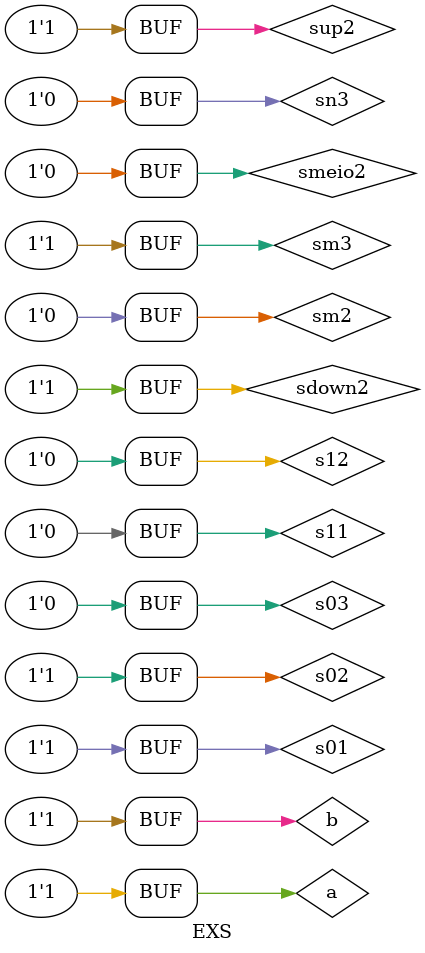
<source format=v>



module EXS;
	
	reg a, b;
	
	//--exercicio 1
	wire s01, s11;
	
	//--exercicio 2
	wire sm2, s02, s12, smeio2, sup2, sdown2;
	
	//--exercicio 3
	wire s03, sm3, sn3;
	
	//-- exercicio 1	
	and AND1 (s01, a, b);            // TENTE DEFINIR UM MODULO PARA CADA EXERCICIO
	xor XOR1 (s11, a, b);
	
	//--exercicio 2 (e 3)
	nand NAND12 (sm2, a, b);
	nand NAND22 (s02, sm2, sm2);
	nand xormeio (smeio2, a, b);
	nand xorup (sup2, smeio2, a);
	nand xordown (sdown2, smeio2, b);
	nand xorout (s12, sdown2, sup2);
	
	//--exercicio 3
	not NOT13 (sn3, a);
	nand NAND13 (sm3, sn3, b);
	nand NAND23 (s03, sm3, sm3);	
	
	initial begin	
		
	$display ( "PUC Minas - ARQ1 - Jose Fonseca - 405808 - 20/02/11" );
	$display ( "" );
	
	$display ( "Exercicio 01 - Realizar a simulação de um operador de meia-soma" ); //-- Versão 1.0 - teste OK
	#1 a = 0; b = 0;
	$monitor (" %b + %b = %b %b", a, b, s01, s11);
	#1 a = 0; b = 1;
	#1 a = 1; b = 0;
	#1 a = 1; b = 1;
	#1 $display ( "" );
	$display ( "FIM DA TABELA -----------------------------------" );
	#1 $display ( "" );
	
	$display ( "PUC Minas - ARQ1 - Jose Fonseca - 405808 - 20/02/11" );
	$display ( "" );
	
	$display ( "Exercicio 02 - Realizar a simulação de um operador de meia-soma utilizando apenas portas NAND" ); //-- Versão 1.0 - teste OK
	#1 a = 0; b = 0;
	$monitor (" %b + %b = %b %b", a, b, s02, s12);
	#1 a = 0; b = 1;
	#1 a = 1; b = 0;
	#1 a = 1; b = 1;
	#1 $display ( "" );
	$display ( "FIM DA TABELA -----------------------------------" );
	#1 $display ( "" );
	
	$display ( "PUC Minas - ARQ1 - Jose Fonseca - 405808 - 20/02/11" );
	$display ( "" );
	
	$display ( "Exercicio 03 - Realizar a simulação de um operador de meia-SUBTRAÇÃO utilizando apenas portas NAND" ); //-- Versão 1.0 - teste OK
	#1 a = 0; b = 0;
	$monitor (" %b - %b = %b %b", a, b, s03, s12);
	#1 a = 0; b = 1;
	#1 a = 1; b = 0;
	#1 a = 1; b = 1;
	#1 $display ( "" );
	$display ( "FIM DA TABELA -----------------------------------" );
	#1 $display ( "" );

	end
endmodule
</source>
